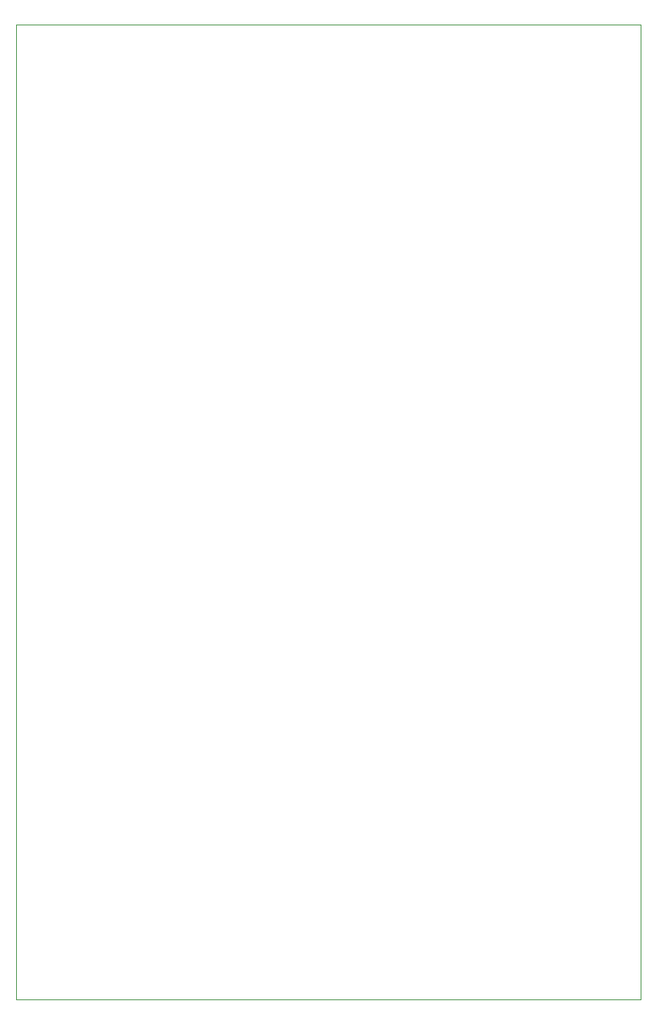
<source format=gbr>
G04 #@! TF.GenerationSoftware,KiCad,Pcbnew,5.1.4*
G04 #@! TF.CreationDate,2019-09-16T14:45:49+01:00*
G04 #@! TF.ProjectId,z802-3,7a383032-2d33-42e6-9b69-6361645f7063,rev?*
G04 #@! TF.SameCoordinates,Original*
G04 #@! TF.FileFunction,Profile,NP*
%FSLAX46Y46*%
G04 Gerber Fmt 4.6, Leading zero omitted, Abs format (unit mm)*
G04 Created by KiCad (PCBNEW 5.1.4) date 2019-09-16 14:45:49*
%MOMM*%
%LPD*%
G04 APERTURE LIST*
%ADD10C,0.050000*%
G04 APERTURE END LIST*
D10*
X95504000Y-74422000D02*
X164338000Y-74422000D01*
X95504000Y-181864000D02*
X95504000Y-74422000D01*
X164338000Y-181864000D02*
X95504000Y-181864000D01*
X164338000Y-74422000D02*
X164338000Y-181864000D01*
M02*

</source>
